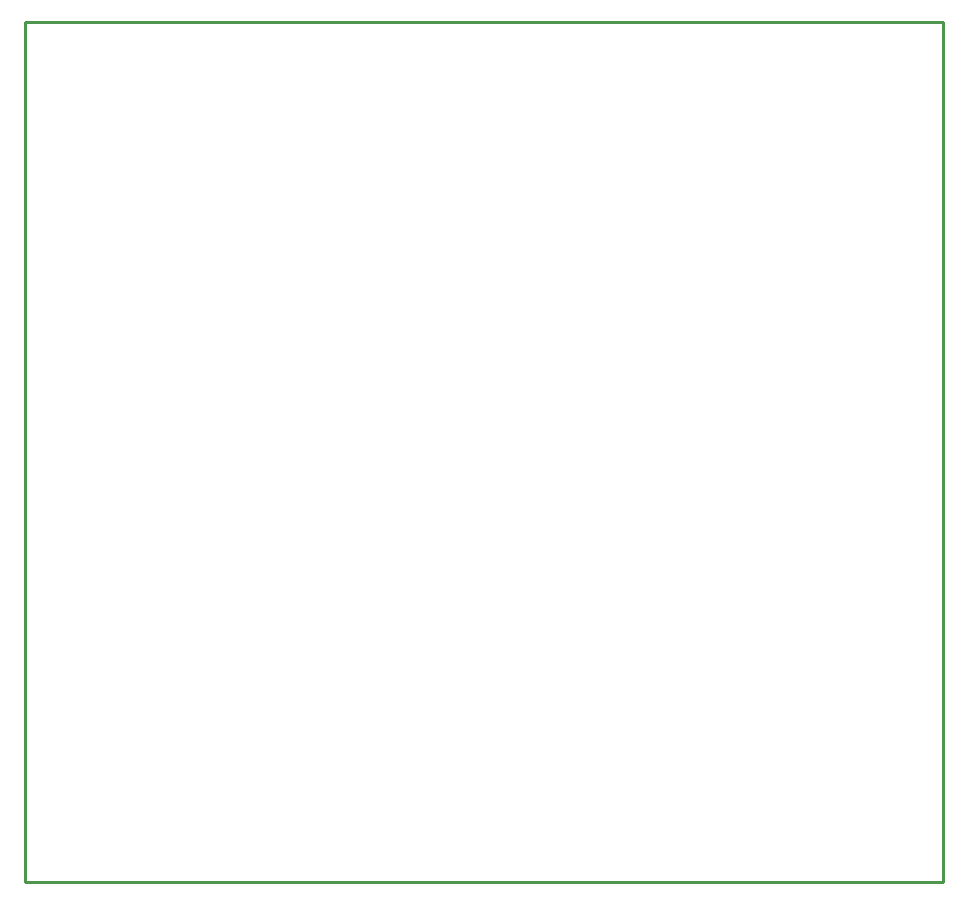
<source format=gko>
G04*
G04 #@! TF.GenerationSoftware,Altium Limited,Altium Designer,22.7.1 (60)*
G04*
G04 Layer_Color=16711935*
%FSLAX25Y25*%
%MOIN*%
G70*
G04*
G04 #@! TF.SameCoordinates,E9EB7054-F832-478C-845A-F08F9BC20AEA*
G04*
G04*
G04 #@! TF.FilePolarity,Positive*
G04*
G01*
G75*
%ADD15C,0.01000*%
D15*
X78000Y100000D02*
X384000D01*
Y386500D01*
X78000D02*
X384000D01*
X78000Y100000D02*
Y386500D01*
M02*

</source>
